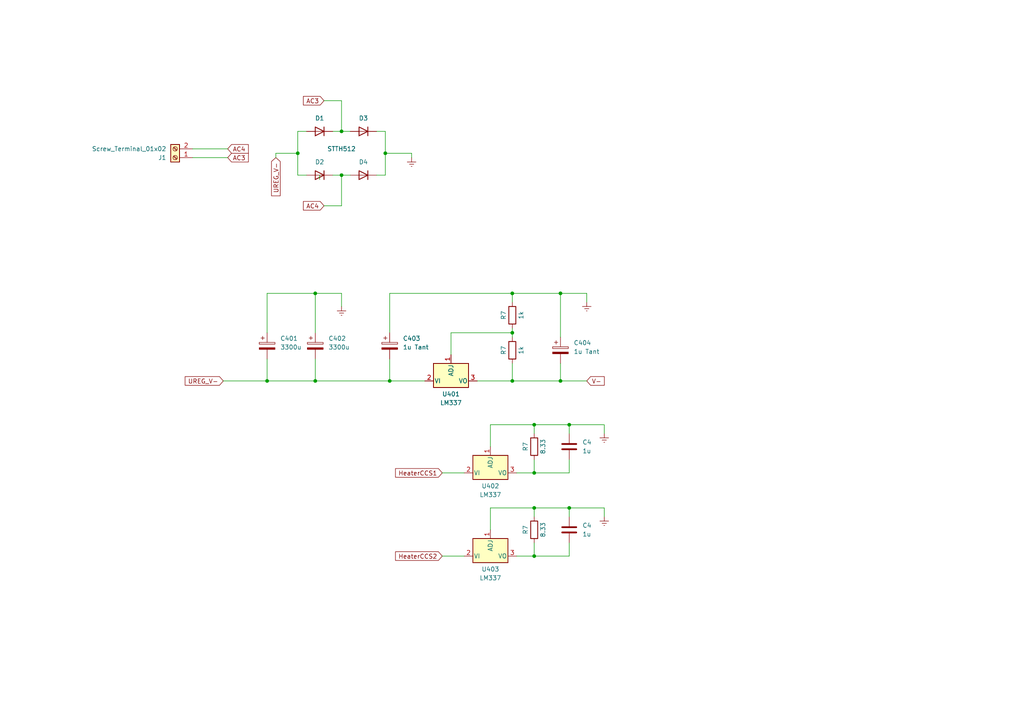
<source format=kicad_sch>
(kicad_sch (version 20230121) (generator eeschema)
  (paper "A4")
  (lib_symbols
    (symbol "Connector:Screw_Terminal_01x02" (pin_names (offset 1.016) hide)
      (property "Reference" "J" (at 0 2.54 0))
      (property "Value" "Screw_Terminal_01x02" (at 0 -5.08 0))
      (symbol "Screw_Terminal_01x02_1_1"
        (rectangle (start -1.27 1.27) (end 1.27 -3.81) (stroke (width 0.254)) (fill (type background)))
        (circle (center 0 -2.54) (radius 0.635) (stroke (width 0.1524)))
        (polyline (pts (xy -0.5334 -2.2098) (xy 0.3302 -3.048)) (stroke (width 0.1524)))
        (polyline (pts (xy -0.5334 0.3302) (xy 0.3302 -0.508)) (stroke (width 0.1524)))
        (polyline (pts (xy -0.3556 -2.032) (xy 0.508 -2.8702)) (stroke (width 0.1524)))
        (polyline (pts (xy -0.3556 0.508) (xy 0.508 -0.3302)) (stroke (width 0.1524)))
        (circle (center 0 0) (radius 0.635) (stroke (width 0.1524)))
        (pin passive line (at -5.08 0 0) (length 3.81) (name "Pin_1") (number "1"))
        (pin passive line (at -5.08 -2.54 0) (length 3.81) (name "Pin_2") (number "2"))
      )
    )
    (symbol "Device:C" (pin_numbers hide) (pin_names (offset 0.254))
      (property "Reference" "C" (at 0.635 2.54 0))
      (property "Value" "C" (at 0.635 -2.54 0))
      (symbol "C_0_1"
        (polyline (pts (xy -2.032 -0.762) (xy 2.032 -0.762)) (stroke (width 0.508)))
        (polyline (pts (xy -2.032 0.762) (xy 2.032 0.762)) (stroke (width 0.508)))
      )
      (symbol "C_1_1"
        (pin passive line (at 0 3.81 270) (length 2.794) (name "~") (number "1"))
        (pin passive line (at 0 -3.81 90) (length 2.794) (name "~") (number "2"))
      )
    )
    (symbol "Device:C_Polarized" (pin_numbers hide) (pin_names (offset 0.254))
      (property "Reference" "C" (at 0.635 2.54 0))
      (property "Value" "C_Polarized" (at 0.635 -2.54 0))
      (symbol "C_Polarized_0_1"
        (rectangle (start -2.286 0.508) (end 2.286 1.016))
        (polyline (pts (xy -1.778 2.286) (xy -0.762 2.286)))
        (polyline (pts (xy -1.27 2.794) (xy -1.27 1.778)))
        (rectangle (start 2.286 -0.508) (end -2.286 -1.016) (fill (type outline)))
      )
      (symbol "C_Polarized_1_1"
        (pin passive line (at 0 3.81 270) (length 2.794) (name "~") (number "1"))
        (pin passive line (at 0 -3.81 90) (length 2.794) (name "~") (number "2"))
      )
    )
    (symbol "Device:R" (pin_numbers hide) (pin_names (offset 0))
      (property "Reference" "R" (at 2.032 0 90))
      (property "Value" "R" (at 0 0 90))
      (symbol "R_0_1"
        (rectangle (start -1.016 -2.54) (end 1.016 2.54) (stroke (width 0.254)))
      )
      (symbol "R_1_1"
        (pin passive line (at 0 3.81 270) (length 1.27) (name "~") (number "1"))
        (pin passive line (at 0 -3.81 90) (length 1.27) (name "~") (number "2"))
      )
    )
    (symbol "Diode:STTH2002D" (pin_numbers hide) (pin_names hide)
      (property "Reference" "D" (at 0 2.54 0))
      (property "Value" "STTH2002D" (at 0 -2.54 0))
      (symbol "STTH2002D_0_0"
        (pin no_connect line (at 0 0 90) (length 2.54) hide (name "NC") (number "3"))
      )
      (symbol "STTH2002D_0_1"
        (polyline (pts (xy -1.27 1.27) (xy -1.27 -1.27)) (stroke (width 0.254)))
        (polyline (pts (xy 1.27 0) (xy -1.27 0)))
        (polyline (pts (xy 1.27 1.27) (xy 1.27 -1.27) (xy -1.27 0) (xy 1.27 1.27)) (stroke (width 0.254)))
      )
      (symbol "STTH2002D_1_1"
        (pin passive line (at -3.81 0 0) (length 2.54) (name "K") (number "1"))
        (pin passive line (at 3.81 0 180) (length 2.54) (name "A") (number "2"))
      )
    )
    (symbol "Regulator_Linear:LM337_TO220" (pin_names (offset 0.254))
      (property "Reference" "U" (at -3.81 -3.175 0))
      (property "Value" "LM337_TO220" (at 0 -3.175 0))
      (symbol "LM337_TO220_0_1"
        (rectangle (start -5.08 5.08) (end 5.08 -1.905) (stroke (width 0.254)) (fill (type background)))
      )
      (symbol "LM337_TO220_1_1"
        (pin input line (at 0 7.62 270) (length 2.54) (name "ADJ") (number "1"))
        (pin power_in line (at -7.62 0 0) (length 2.54) (name "VI") (number "2"))
        (pin power_out line (at 7.62 0 180) (length 2.54) (name "VO") (number "3"))
      )
    )
    (symbol "power:GNDREF" (power) (pin_names (offset 0))
      (property "Value" "GNDREF" (at 0 -3.81 0))
      (symbol "GNDREF_0_1"
        (polyline (pts (xy -0.635 -1.905) (xy 0.635 -1.905)))
        (polyline (pts (xy -0.127 -2.54) (xy 0.127 -2.54)))
        (polyline (pts (xy 0 -1.27) (xy 0 0)))
        (polyline (pts (xy 1.27 -1.27) (xy -1.27 -1.27)))
      )
      (symbol "GNDREF_1_1"
        (pin power_in line (at 0 0 270) (length 0) hide (name "GNDREF") (number "1"))
      )
    )
  )
  (junction (at 86.36 44.45))
  (junction (at 91.44 85.09))
  (junction (at 148.59 85.09))
  (junction (at 165.1 123.19))
  (junction (at 162.56 85.09))
  (junction (at 111.76 44.45))
  (junction (at 91.44 110.49))
  (junction (at 165.1 147.32))
  (junction (at 154.94 123.19))
  (junction (at 99.06 38.1))
  (junction (at 77.47 110.49))
  (junction (at 154.94 161.29))
  (junction (at 148.59 110.49))
  (junction (at 154.94 137.16))
  (junction (at 99.06 50.8))
  (junction (at 113.03 110.49))
  (junction (at 154.94 147.32))
  (junction (at 162.56 110.49))
  (junction (at 148.59 96.52))
  (wire (pts (xy 148.59 96.52) (xy 148.59 95.25)))
  (wire (pts (xy 175.26 149.86) (xy 175.26 147.32)))
  (wire (pts (xy 99.06 88.9) (xy 99.06 85.09)))
  (wire (pts (xy 86.36 44.45) (xy 86.36 50.8)))
  (wire (pts (xy 109.22 50.8) (xy 111.76 50.8)))
  (wire (pts (xy 86.36 38.1) (xy 86.36 44.45)))
  (wire (pts (xy 111.76 38.1) (xy 111.76 44.45)))
  (wire (pts (xy 96.52 50.8) (xy 99.06 50.8)))
  (wire (pts (xy 99.06 85.09) (xy 91.44 85.09)))
  (wire (pts (xy 142.24 123.19) (xy 142.24 129.54)))
  (wire (pts (xy 142.24 147.32) (xy 142.24 153.67)))
  (wire (pts (xy 148.59 85.09) (xy 113.03 85.09)))
  (wire (pts (xy 86.36 50.8) (xy 88.9 50.8)))
  (wire (pts (xy 165.1 149.86) (xy 165.1 147.32)))
  (wire (pts (xy 162.56 85.09) (xy 148.59 85.09)))
  (wire (pts (xy 88.9 38.1) (xy 86.36 38.1)))
  (wire (pts (xy 149.86 161.29) (xy 154.94 161.29)))
  (wire (pts (xy 165.1 133.35) (xy 165.1 137.16)))
  (wire (pts (xy 148.59 96.52) (xy 148.59 97.79)))
  (wire (pts (xy 64.77 110.49) (xy 77.47 110.49)))
  (wire (pts (xy 154.94 137.16) (xy 154.94 133.35)))
  (wire (pts (xy 148.59 87.63) (xy 148.59 85.09)))
  (wire (pts (xy 111.76 44.45) (xy 119.38 44.45)))
  (wire (pts (xy 149.86 137.16) (xy 154.94 137.16)))
  (wire (pts (xy 128.27 137.16) (xy 134.62 137.16)))
  (wire (pts (xy 92.71 50.8) (xy 92.71 52.07)))
  (wire (pts (xy 154.94 147.32) (xy 142.24 147.32)))
  (wire (pts (xy 148.59 110.49) (xy 162.56 110.49)))
  (wire (pts (xy 93.98 59.69) (xy 99.06 59.69)))
  (wire (pts (xy 113.03 85.09) (xy 113.03 96.52)))
  (wire (pts (xy 154.94 149.86) (xy 154.94 147.32)))
  (wire (pts (xy 77.47 96.52) (xy 77.47 85.09)))
  (wire (pts (xy 154.94 161.29) (xy 154.94 157.48)))
  (wire (pts (xy 130.81 96.52) (xy 148.59 96.52)))
  (wire (pts (xy 123.19 110.49) (xy 113.03 110.49)))
  (wire (pts (xy 175.26 147.32) (xy 165.1 147.32)))
  (wire (pts (xy 175.26 125.73) (xy 175.26 123.19)))
  (wire (pts (xy 162.56 105.41) (xy 162.56 110.49)))
  (wire (pts (xy 99.06 29.21) (xy 99.06 38.1)))
  (wire (pts (xy 170.18 87.63) (xy 170.18 85.09)))
  (wire (pts (xy 165.1 125.73) (xy 165.1 123.19)))
  (wire (pts (xy 91.44 110.49) (xy 113.03 110.49)))
  (wire (pts (xy 80.01 44.45) (xy 86.36 44.45)))
  (wire (pts (xy 111.76 44.45) (xy 111.76 50.8)))
  (wire (pts (xy 162.56 110.49) (xy 170.18 110.49)))
  (wire (pts (xy 93.98 29.21) (xy 99.06 29.21)))
  (wire (pts (xy 80.01 45.72) (xy 80.01 44.45)))
  (wire (pts (xy 170.18 85.09) (xy 162.56 85.09)))
  (wire (pts (xy 154.94 123.19) (xy 142.24 123.19)))
  (wire (pts (xy 66.04 43.18) (xy 55.88 43.18)))
  (wire (pts (xy 96.52 38.1) (xy 99.06 38.1)))
  (wire (pts (xy 113.03 110.49) (xy 113.03 104.14)))
  (wire (pts (xy 119.38 45.72) (xy 119.38 44.45)))
  (wire (pts (xy 91.44 110.49) (xy 77.47 110.49)))
  (wire (pts (xy 130.81 102.87) (xy 130.81 96.52)))
  (wire (pts (xy 154.94 147.32) (xy 165.1 147.32)))
  (wire (pts (xy 128.27 161.29) (xy 134.62 161.29)))
  (wire (pts (xy 154.94 123.19) (xy 165.1 123.19)))
  (wire (pts (xy 77.47 110.49) (xy 77.47 104.14)))
  (wire (pts (xy 138.43 110.49) (xy 148.59 110.49)))
  (wire (pts (xy 175.26 123.19) (xy 165.1 123.19)))
  (wire (pts (xy 165.1 161.29) (xy 154.94 161.29)))
  (wire (pts (xy 99.06 59.69) (xy 99.06 50.8)))
  (wire (pts (xy 91.44 104.14) (xy 91.44 110.49)))
  (wire (pts (xy 77.47 85.09) (xy 91.44 85.09)))
  (wire (pts (xy 162.56 97.79) (xy 162.56 85.09)))
  (wire (pts (xy 165.1 157.48) (xy 165.1 161.29)))
  (wire (pts (xy 154.94 125.73) (xy 154.94 123.19)))
  (wire (pts (xy 91.44 85.09) (xy 91.44 96.52)))
  (wire (pts (xy 165.1 137.16) (xy 154.94 137.16)))
  (wire (pts (xy 66.04 45.72) (xy 55.88 45.72)))
  (wire (pts (xy 99.06 50.8) (xy 101.6 50.8)))
  (wire (pts (xy 148.59 110.49) (xy 148.59 105.41)))
  (wire (pts (xy 109.22 38.1) (xy 111.76 38.1)))
  (wire (pts (xy 99.06 38.1) (xy 101.6 38.1)))
  (global_label "HeaterCCS1" (shape input) (at 128.27 137.16 180) (property "Intersheetrefs" "${INTERSHEET_REFS}" (effects hide)))
  (global_label "AC3" (shape input) (at 66.04 45.72 0) (property "Intersheetrefs" "${INTERSHEET_REFS}" (effects hide)))
  (global_label "AC4" (shape input) (at 66.04 43.18 0) (property "Intersheetrefs" "${INTERSHEET_REFS}" (effects hide)))
  (global_label "UREG_V-" (shape input) (at 80.01 45.72 270) (property "Intersheetrefs" "${INTERSHEET_REFS}" (effects hide)))
  (global_label "V-" (shape input) (at 170.18 110.49 0) (property "Intersheetrefs" "${INTERSHEET_REFS}" (effects hide)))
  (global_label "HeaterCCS2" (shape input) (at 128.27 161.29 180) (property "Intersheetrefs" "${INTERSHEET_REFS}" (effects hide)))
  (global_label "AC3" (shape input) (at 93.98 29.21 180) (property "Intersheetrefs" "${INTERSHEET_REFS}" (effects hide)))
  (global_label "AC4" (shape input) (at 93.98 59.69 180) (property "Intersheetrefs" "${INTERSHEET_REFS}" (effects hide)))
  (global_label "UREG_V-" (shape input) (at 64.77 110.49 180) (property "Intersheetrefs" "${INTERSHEET_REFS}" (effects hide)))
  (symbol (lib_id "power:GNDREF") (at 119.38 45.72 0) (unit 1)
    (property "Reference" "#PWR01" (effects hide))
    (property "Value" "GNDREF" (effects hide))
    (instances (project "Torpedo3" (path "" (reference "#PWR01") (unit 1)) (path "" (reference "#PWR0402") (unit 1))))
  )
  (symbol (lib_id "Regulator_Linear:LM337_TO220") (at 142.24 137.16 0) (unit 1)
    (property "Reference" "U402" (at 142.24 140.97 0))
    (property "Value" "LM337" (at 142.24 143.51 0))
    (property "Footprint" "Package_TO_SOT_THT:TO-220-3_Vertical" (effects hide))
    (property "Datasheet" "http://www.ti.com/lit/ds/symlink/lm337-n.pdf" (effects hide))
  )
  (symbol (lib_id "Device:R") (at 154.94 153.67 180) (unit 1)
    (property "Reference" "R7" (at 152.4 153.67 90))
    (property "Value" "8.33" (at 157.48 153.67 90))
    (property "Footprint" "Resistor_THT:R_Axial_DIN0309_L9.0mm_D3.2mm_P12.70mm_Horizontal" (effects hide))
    (instances (project "Torpedo3" (path "" (reference "R7") (unit 1)) (path "" (reference "R109") (unit 1)) (path "" (reference "R404") (unit 1))))
  )
  (symbol (lib_id "Device:C_Polarized") (at 91.44 100.33 0) (unit 1)
    (property "Reference" "C402" (at 95.25 98.171 0) (effects (justify left)))
    (property "Value" "3300u" (at 95.25 100.711 0) (effects (justify left)))
  )
  (symbol (lib_id "power:GNDREF") (at 99.06 88.9 0) (unit 1)
    (property "Reference" "#PWR01" (effects hide))
    (property "Value" "GNDREF" (effects hide))
    (instances (project "Torpedo3" (path "" (reference "#PWR01") (unit 1)) (path "" (reference "#PWR0401") (unit 1))))
  )
  (symbol (lib_id "Device:R") (at 154.94 129.54 180) (unit 1)
    (property "Reference" "R7" (at 152.4 129.54 90))
    (property "Value" "8.33" (at 157.48 129.54 90))
    (property "Footprint" "Resistor_THT:R_Axial_DIN0309_L9.0mm_D3.2mm_P12.70mm_Horizontal" (effects hide))
    (instances (project "Torpedo3" (path "" (reference "R7") (unit 1)) (path "" (reference "R109") (unit 1)) (path "" (reference "R403") (unit 1))))
  )
  (symbol (lib_id "Device:R") (at 148.59 101.6 180) (unit 1)
    (property "Reference" "R7" (at 146.05 101.6 90))
    (property "Value" "1k" (at 151.13 101.6 90))
    (property "Footprint" "Resistor_THT:R_Axial_DIN0309_L9.0mm_D3.2mm_P12.70mm_Horizontal" (effects hide))
    (instances (project "Torpedo3" (path "" (reference "R7") (unit 1)) (path "" (reference "R109") (unit 1)) (path "" (reference "R402") (unit 1))))
  )
  (symbol (lib_id "power:GNDREF") (at 175.26 149.86 0) (unit 1)
    (property "Reference" "#PWR01" (effects hide))
    (property "Value" "GNDREF" (effects hide))
    (instances (project "Torpedo3" (path "" (reference "#PWR01") (unit 1)) (path "" (reference "#PWR0405") (unit 1))))
  )
  (symbol (lib_id "Regulator_Linear:LM337_TO220") (at 142.24 161.29 0) (unit 1)
    (property "Reference" "U403" (at 142.24 165.1 0))
    (property "Value" "LM337" (at 142.24 167.64 0))
    (property "Footprint" "Package_TO_SOT_THT:TO-220-3_Vertical" (effects hide))
    (property "Datasheet" "http://www.ti.com/lit/ds/symlink/lm337-n.pdf" (effects hide))
  )
  (symbol (lib_id "Device:C_Polarized") (at 77.47 100.33 0) (unit 1)
    (property "Reference" "C401" (at 81.28 98.171 0) (effects (justify left)))
    (property "Value" "3300u" (at 81.28 100.711 0) (effects (justify left)))
  )
  (symbol (lib_id "Diode:STTH2002D") (at 105.41 50.8 180) (unit 1)
    (property "Reference" "D4" (at 105.41 46.99 0))
    (property "Value" "STTH512" (effects hide))
    (property "Footprint" "Package_TO_SOT_THT:TO-220-2_Vertical" (effects hide))
    (property "Datasheet" "https://www.st.com/resource/en/datasheet/stth2002.pdf" (effects hide))
    (instances (project "Torpedo3" (path "" (reference "D4") (unit 1)) (path "" (reference "D404") (unit 1))))
  )
  (symbol (lib_id "Device:C_Polarized") (at 162.56 101.6 0) (unit 1)
    (property "Reference" "C404" (at 166.37 99.441 0) (effects (justify left)))
    (property "Value" "1u Tant" (at 166.37 101.981 0) (effects (justify left)))
  )
  (symbol (lib_id "power:GNDREF") (at 170.18 87.63 0) (unit 1)
    (property "Reference" "#PWR01" (effects hide))
    (property "Value" "GNDREF" (effects hide))
    (instances (project "Torpedo3" (path "" (reference "#PWR01") (unit 1)) (path "" (reference "#PWR0403") (unit 1))))
  )
  (symbol (lib_id "Device:R") (at 148.59 91.44 180) (unit 1)
    (property "Reference" "R7" (at 146.05 91.44 90))
    (property "Value" "1k" (at 151.13 91.44 90))
    (property "Footprint" "Resistor_THT:R_Axial_DIN0309_L9.0mm_D3.2mm_P12.70mm_Horizontal" (effects hide))
    (instances (project "Torpedo3" (path "" (reference "R7") (unit 1)) (path "" (reference "R109") (unit 1)) (path "" (reference "R401") (unit 1))))
  )
  (symbol (lib_id "Diode:STTH2002D") (at 105.41 38.1 180) (unit 1)
    (property "Reference" "D3" (at 105.41 34.29 0))
    (property "Value" "STTH512" (effects hide))
    (property "Footprint" "Package_TO_SOT_THT:TO-220-2_Vertical" (effects hide))
    (property "Datasheet" "https://www.st.com/resource/en/datasheet/stth2002.pdf" (effects hide))
    (instances (project "Torpedo3" (path "" (reference "D3") (unit 1)) (path "" (reference "D403") (unit 1))))
  )
  (symbol (lib_id "Device:C") (at 165.1 129.54 0) (unit 1)
    (property "Reference" "C4" (at 168.91 128.27 0) (effects (justify left)))
    (property "Value" "1u" (at 168.91 130.81 0) (effects (justify left)))
    (property "Footprint" "Capacitor_THT:C_Disc_D7.5mm_W2.5mm_P5.00mm" (effects hide))
    (instances (project "Torpedo3" (path "" (reference "C4") (unit 1)) (path "" (reference "C405") (unit 1))))
  )
  (symbol (lib_id "Diode:STTH2002D") (at 92.71 38.1 180) (unit 1)
    (property "Reference" "D1" (at 92.71 34.29 0))
    (property "Value" "STTH512" (at 99.06 43.18 0))
    (property "Footprint" "Package_TO_SOT_THT:TO-220-2_Vertical" (effects hide))
    (property "Datasheet" "https://www.st.com/resource/en/datasheet/stth2002.pdf" (effects hide))
    (instances (project "Torpedo3" (path "" (reference "D1") (unit 1)) (path "" (reference "D401") (unit 1))))
  )
  (symbol (lib_id "power:GNDREF") (at 175.26 125.73 0) (unit 1)
    (property "Reference" "#PWR01" (effects hide))
    (property "Value" "GNDREF" (effects hide))
    (instances (project "Torpedo3" (path "" (reference "#PWR01") (unit 1)) (path "" (reference "#PWR0404") (unit 1))))
  )
  (symbol (lib_id "Device:C_Polarized") (at 113.03 100.33 0) (unit 1)
    (property "Reference" "C403" (at 116.84 98.171 0) (effects (justify left)))
    (property "Value" "1u Tant" (at 116.84 100.711 0) (effects (justify left)))
  )
  (symbol (lib_id "Connector:Screw_Terminal_01x02") (at 50.8 45.72 180) (unit 1)
    (property "Reference" "J1" (at 48.26 45.72 0) (effects (justify left)))
    (property "Value" "Screw_Terminal_01x02" (at 48.26 43.18 0) (effects (justify left)))
    (property "Footprint" "TerminalBlock_Phoenix:TerminalBlock_Phoenix_MKDS-1,5-2-5.08_1x02_P5.08mm_Horizontal" (effects hide))
    (instances (project "Torpedo3" (path "" (reference "J1") (unit 1)) (path "" (reference "J401") (unit 1))))
  )
  (symbol (lib_id "Regulator_Linear:LM337_TO220") (at 130.81 110.49 0) (unit 1)
    (property "Reference" "U401" (at 130.81 114.3 0))
    (property "Value" "LM337" (at 130.81 116.84 0))
    (property "Footprint" "Package_TO_SOT_THT:TO-220-3_Vertical" (effects hide))
    (property "Datasheet" "http://www.ti.com/lit/ds/symlink/lm337-n.pdf" (effects hide))
  )
  (symbol (lib_id "Diode:STTH2002D") (at 92.71 50.8 180) (unit 1)
    (property "Reference" "D2" (at 92.71 46.99 0))
    (property "Value" "STTH512" (effects hide))
    (property "Footprint" "Package_TO_SOT_THT:TO-220-2_Vertical" (effects hide))
    (property "Datasheet" "https://www.st.com/resource/en/datasheet/stth2002.pdf" (effects hide))
    (instances (project "Torpedo3" (path "" (reference "D2") (unit 1)) (path "" (reference "D402") (unit 1))))
  )
  (symbol (lib_id "Device:C") (at 165.1 153.67 0) (unit 1)
    (property "Reference" "C4" (at 168.91 152.4 0) (effects (justify left)))
    (property "Value" "1u" (at 168.91 154.94 0) (effects (justify left)))
    (property "Footprint" "Capacitor_THT:C_Disc_D7.5mm_W2.5mm_P5.00mm" (effects hide))
    (instances (project "Torpedo3" (path "" (reference "C4") (unit 1)) (path "" (reference "C406") (unit 1))))
  )
)
</source>
